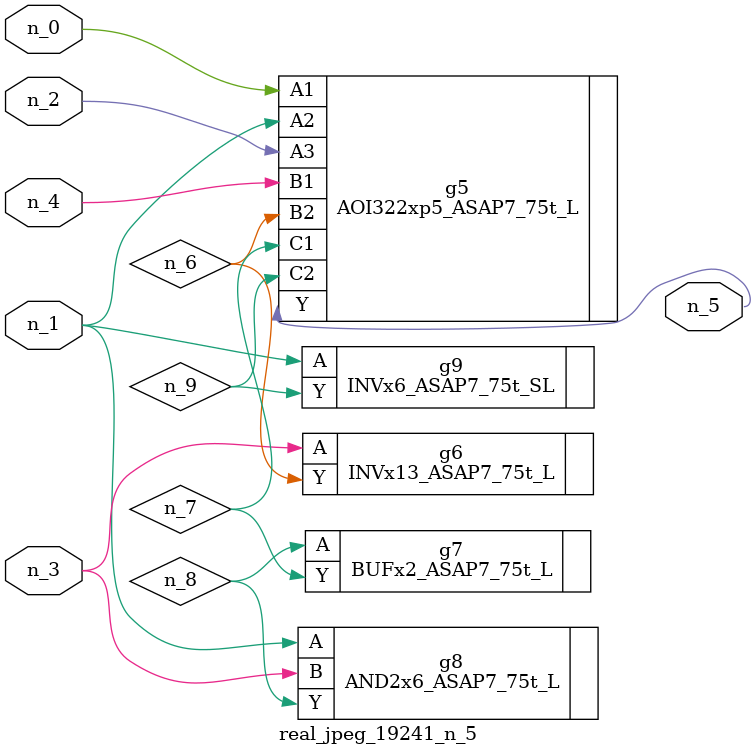
<source format=v>
module real_jpeg_19241_n_5 (n_4, n_0, n_1, n_2, n_3, n_5);

input n_4;
input n_0;
input n_1;
input n_2;
input n_3;

output n_5;

wire n_8;
wire n_6;
wire n_7;
wire n_9;

AOI322xp5_ASAP7_75t_L g5 ( 
.A1(n_0),
.A2(n_1),
.A3(n_2),
.B1(n_4),
.B2(n_6),
.C1(n_7),
.C2(n_9),
.Y(n_5)
);

AND2x6_ASAP7_75t_L g8 ( 
.A(n_1),
.B(n_3),
.Y(n_8)
);

INVx6_ASAP7_75t_SL g9 ( 
.A(n_1),
.Y(n_9)
);

INVx13_ASAP7_75t_L g6 ( 
.A(n_3),
.Y(n_6)
);

BUFx2_ASAP7_75t_L g7 ( 
.A(n_8),
.Y(n_7)
);


endmodule
</source>
